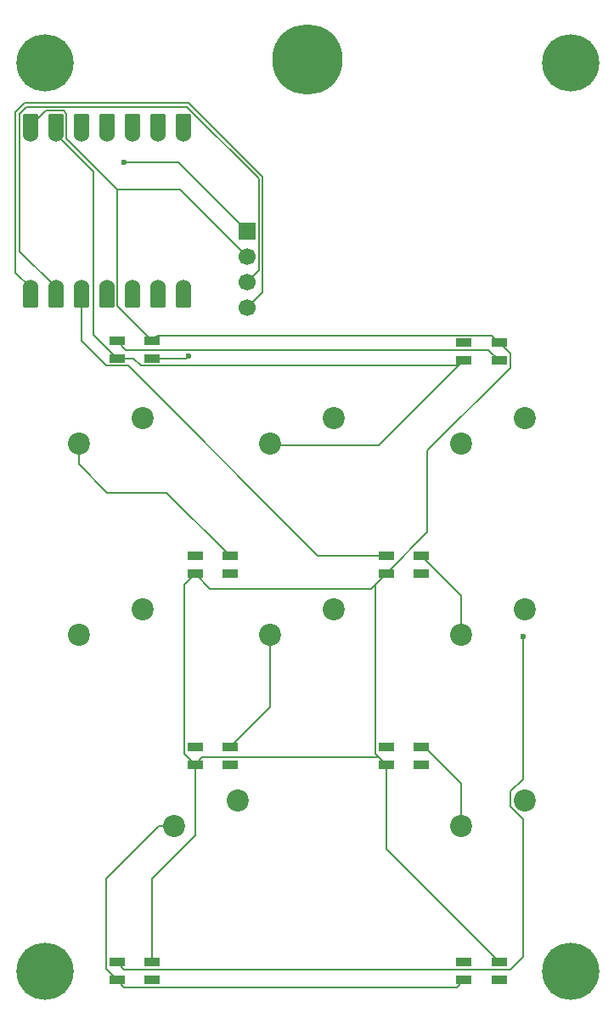
<source format=gtl>
G04 #@! TF.GenerationSoftware,KiCad,Pcbnew,9.0.1*
G04 #@! TF.CreationDate,2025-06-23T17:34:09-04:00*
G04 #@! TF.ProjectId,engiboard,656e6769-626f-4617-9264-2e6b69636164,rev?*
G04 #@! TF.SameCoordinates,Original*
G04 #@! TF.FileFunction,Copper,L1,Top*
G04 #@! TF.FilePolarity,Positive*
%FSLAX46Y46*%
G04 Gerber Fmt 4.6, Leading zero omitted, Abs format (unit mm)*
G04 Created by KiCad (PCBNEW 9.0.1) date 2025-06-23 17:34:09*
%MOMM*%
%LPD*%
G01*
G04 APERTURE LIST*
G04 Aperture macros list*
%AMRoundRect*
0 Rectangle with rounded corners*
0 $1 Rounding radius*
0 $2 $3 $4 $5 $6 $7 $8 $9 X,Y pos of 4 corners*
0 Add a 4 corners polygon primitive as box body*
4,1,4,$2,$3,$4,$5,$6,$7,$8,$9,$2,$3,0*
0 Add four circle primitives for the rounded corners*
1,1,$1+$1,$2,$3*
1,1,$1+$1,$4,$5*
1,1,$1+$1,$6,$7*
1,1,$1+$1,$8,$9*
0 Add four rect primitives between the rounded corners*
20,1,$1+$1,$2,$3,$4,$5,0*
20,1,$1+$1,$4,$5,$6,$7,0*
20,1,$1+$1,$6,$7,$8,$9,0*
20,1,$1+$1,$8,$9,$2,$3,0*%
G04 Aperture macros list end*
G04 #@! TA.AperFunction,SMDPad,CuDef*
%ADD10RoundRect,0.152400X-0.609600X1.063600X-0.609600X-1.063600X0.609600X-1.063600X0.609600X1.063600X0*%
G04 #@! TD*
G04 #@! TA.AperFunction,ComponentPad*
%ADD11C,1.524000*%
G04 #@! TD*
G04 #@! TA.AperFunction,SMDPad,CuDef*
%ADD12RoundRect,0.152400X0.609600X-1.063600X0.609600X1.063600X-0.609600X1.063600X-0.609600X-1.063600X0*%
G04 #@! TD*
G04 #@! TA.AperFunction,ComponentPad*
%ADD13C,5.700000*%
G04 #@! TD*
G04 #@! TA.AperFunction,SMDPad,CuDef*
%ADD14R,1.600000X0.850000*%
G04 #@! TD*
G04 #@! TA.AperFunction,ComponentPad*
%ADD15C,2.200000*%
G04 #@! TD*
G04 #@! TA.AperFunction,ComponentPad*
%ADD16R,1.700000X1.700000*%
G04 #@! TD*
G04 #@! TA.AperFunction,ComponentPad*
%ADD17C,1.700000*%
G04 #@! TD*
G04 #@! TA.AperFunction,ViaPad*
%ADD18C,7.000000*%
G04 #@! TD*
G04 #@! TA.AperFunction,ViaPad*
%ADD19C,0.600000*%
G04 #@! TD*
G04 #@! TA.AperFunction,Conductor*
%ADD20C,0.200000*%
G04 #@! TD*
G04 APERTURE END LIST*
D10*
G04 #@! TO.P,U1,1,GPIO26/ADC0/A0*
G04 #@! TO.N,SDA*
X141380000Y-66081250D03*
D11*
X141380000Y-65246250D03*
D10*
G04 #@! TO.P,U1,2,GPIO27/ADC1/A1*
G04 #@! TO.N,SCL*
X143920000Y-66081250D03*
D11*
X143920000Y-65246250D03*
D10*
G04 #@! TO.P,U1,3,GPIO28/ADC2/A2*
G04 #@! TO.N,LED*
X146460000Y-66081250D03*
D11*
X146460000Y-65246250D03*
D10*
G04 #@! TO.P,U1,4,GPIO29/ADC3/A3*
G04 #@! TO.N,SW 8*
X149000000Y-66081250D03*
D11*
X149000000Y-65246250D03*
D10*
G04 #@! TO.P,U1,5,GPIO6/SDA*
G04 #@! TO.N,SW 7*
X151540000Y-66081250D03*
D11*
X151540000Y-65246250D03*
D10*
G04 #@! TO.P,U1,6,GPIO7/SCL*
G04 #@! TO.N,SW 6*
X154080000Y-66081250D03*
D11*
X154080000Y-65246250D03*
D10*
G04 #@! TO.P,U1,7,GPIO0/TX*
G04 #@! TO.N,SW 5*
X156620000Y-66081250D03*
D11*
X156620000Y-65246250D03*
G04 #@! TO.P,U1,8,GPIO1/RX*
G04 #@! TO.N,SW 1*
X156620000Y-50006250D03*
D12*
X156620000Y-49171250D03*
D11*
G04 #@! TO.P,U1,9,GPIO2/SCK*
G04 #@! TO.N,SW 2*
X154080000Y-50006250D03*
D12*
X154080000Y-49171250D03*
D11*
G04 #@! TO.P,U1,10,GPIO4/MISO*
G04 #@! TO.N,SW 3*
X151540000Y-50006250D03*
D12*
X151540000Y-49171250D03*
D11*
G04 #@! TO.P,U1,11,GPIO3/MOSI*
G04 #@! TO.N,SW 4*
X149000000Y-50006250D03*
D12*
X149000000Y-49171250D03*
D11*
G04 #@! TO.P,U1,12,3V3*
G04 #@! TO.N,unconnected-(U1-3V3-Pad12)*
X146460000Y-50006250D03*
D12*
X146460000Y-49171250D03*
D11*
G04 #@! TO.P,U1,13,GND*
G04 #@! TO.N,GND*
X143920000Y-50006250D03*
D12*
X143920000Y-49171250D03*
D11*
G04 #@! TO.P,U1,14,VBUS*
G04 #@! TO.N,+5V*
X141380000Y-50006250D03*
D12*
X141380000Y-49171250D03*
G04 #@! TD*
D13*
G04 #@! TO.P,REF\u002A\u002A,1*
G04 #@! TO.N,N/C*
X195262500Y-133350000D03*
G04 #@! TD*
D14*
G04 #@! TO.P,D2,1,DOUT*
G04 #@! TO.N,unconnected-(D2-DOUT-Pad1)*
X184600000Y-70750000D03*
G04 #@! TO.P,D2,2,VSS*
G04 #@! TO.N,GND*
X184600000Y-72500000D03*
G04 #@! TO.P,D2,3,DIN*
G04 #@! TO.N,Net-(D1-DOUT)*
X188100000Y-72500000D03*
G04 #@! TO.P,D2,4,VDD*
G04 #@! TO.N,+5V*
X188100000Y-70750000D03*
G04 #@! TD*
G04 #@! TO.P,D14,1,DOUT*
G04 #@! TO.N,unconnected-(D14-DOUT-Pad1)*
X161293750Y-93743750D03*
G04 #@! TO.P,D14,2,VSS*
G04 #@! TO.N,GND*
X161293750Y-91993750D03*
G04 #@! TO.P,D14,3,DIN*
G04 #@! TO.N,unconnected-(D14-DIN-Pad3)*
X157793750Y-91993750D03*
G04 #@! TO.P,D14,4,VDD*
G04 #@! TO.N,+5V*
X157793750Y-93743750D03*
G04 #@! TD*
G04 #@! TO.P,D1,1,DOUT*
G04 #@! TO.N,Net-(D1-DOUT)*
X150000000Y-70562500D03*
G04 #@! TO.P,D1,2,VSS*
G04 #@! TO.N,GND*
X150000000Y-72312500D03*
G04 #@! TO.P,D1,3,DIN*
G04 #@! TO.N,Net-(D1-DIN)*
X153500000Y-72312500D03*
G04 #@! TO.P,D1,4,VDD*
G04 #@! TO.N,+5V*
X153500000Y-70562500D03*
G04 #@! TD*
D15*
G04 #@! TO.P,SW4,1,1*
G04 #@! TO.N,SW 4*
X152558750Y-97313750D03*
G04 #@! TO.P,SW4,2,2*
G04 #@! TO.N,GND*
X146208750Y-99853750D03*
G04 #@! TD*
D14*
G04 #@! TO.P,D3,1,DOUT*
G04 #@! TO.N,Net-(D1-DIN)*
X150000000Y-132475000D03*
G04 #@! TO.P,D3,2,VSS*
G04 #@! TO.N,GND*
X150000000Y-134225000D03*
G04 #@! TO.P,D3,3,DIN*
G04 #@! TO.N,unconnected-(D3-DIN-Pad3)*
X153500000Y-134225000D03*
G04 #@! TO.P,D3,4,VDD*
G04 #@! TO.N,+5V*
X153500000Y-132475000D03*
G04 #@! TD*
D15*
G04 #@! TO.P,SW8,1,1*
G04 #@! TO.N,SW 8*
X162083750Y-116363750D03*
G04 #@! TO.P,SW8,2,2*
G04 #@! TO.N,GND*
X155733750Y-118903750D03*
G04 #@! TD*
D14*
G04 #@! TO.P,D13,1,DOUT*
G04 #@! TO.N,unconnected-(D13-DOUT-Pad1)*
X180343750Y-112793750D03*
G04 #@! TO.P,D13,2,VSS*
G04 #@! TO.N,GND*
X180343750Y-111043750D03*
G04 #@! TO.P,D13,3,DIN*
G04 #@! TO.N,unconnected-(D13-DIN-Pad3)*
X176843750Y-111043750D03*
G04 #@! TO.P,D13,4,VDD*
G04 #@! TO.N,+5V*
X176843750Y-112793750D03*
G04 #@! TD*
G04 #@! TO.P,D15,1,DOUT*
G04 #@! TO.N,unconnected-(D15-DOUT-Pad1)*
X161293750Y-112793750D03*
G04 #@! TO.P,D15,2,VSS*
G04 #@! TO.N,GND*
X161293750Y-111043750D03*
G04 #@! TO.P,D15,3,DIN*
G04 #@! TO.N,unconnected-(D15-DIN-Pad3)*
X157793750Y-111043750D03*
G04 #@! TO.P,D15,4,VDD*
G04 #@! TO.N,+5V*
X157793750Y-112793750D03*
G04 #@! TD*
D15*
G04 #@! TO.P,SW6,1,1*
G04 #@! TO.N,SW 6*
X190658750Y-97313750D03*
G04 #@! TO.P,SW6,2,2*
G04 #@! TO.N,GND*
X184308750Y-99853750D03*
G04 #@! TD*
D13*
G04 #@! TO.P,REF\u002A\u002A,1*
G04 #@! TO.N,N/C*
X142875000Y-133350000D03*
G04 #@! TD*
G04 #@! TO.P,REF\u002A\u002A,1*
G04 #@! TO.N,N/C*
X195262500Y-42862500D03*
G04 #@! TD*
D15*
G04 #@! TO.P,SW2,1,1*
G04 #@! TO.N,SW 2*
X171608750Y-78263750D03*
G04 #@! TO.P,SW2,2,2*
G04 #@! TO.N,GND*
X165258750Y-80803750D03*
G04 #@! TD*
G04 #@! TO.P,SW7,1,1*
G04 #@! TO.N,SW 7*
X190658750Y-116363750D03*
G04 #@! TO.P,SW7,2,2*
G04 #@! TO.N,GND*
X184308750Y-118903750D03*
G04 #@! TD*
D14*
G04 #@! TO.P,D16,1,DOUT*
G04 #@! TO.N,unconnected-(D16-DOUT-Pad1)*
X180343750Y-93743750D03*
G04 #@! TO.P,D16,2,VSS*
G04 #@! TO.N,GND*
X180343750Y-91993750D03*
G04 #@! TO.P,D16,3,DIN*
G04 #@! TO.N,LED*
X176843750Y-91993750D03*
G04 #@! TO.P,D16,4,VDD*
G04 #@! TO.N,+5V*
X176843750Y-93743750D03*
G04 #@! TD*
D16*
G04 #@! TO.P,OLED1,1,GND*
G04 #@! TO.N,GND*
X163000000Y-59630000D03*
D17*
G04 #@! TO.P,OLED1,2,VCC*
G04 #@! TO.N,+5V*
X163000000Y-62170000D03*
G04 #@! TO.P,OLED1,3,SCL*
G04 #@! TO.N,SCL*
X163000000Y-64710000D03*
G04 #@! TO.P,OLED1,4,SDA*
G04 #@! TO.N,SDA*
X163000000Y-67250000D03*
G04 #@! TD*
D13*
G04 #@! TO.P,REF\u002A\u002A,1*
G04 #@! TO.N,N/C*
X142875000Y-42862500D03*
G04 #@! TD*
D14*
G04 #@! TO.P,D12,1,DOUT*
G04 #@! TO.N,unconnected-(D12-DOUT-Pad1)*
X184600000Y-132475000D03*
G04 #@! TO.P,D12,2,VSS*
G04 #@! TO.N,GND*
X184600000Y-134225000D03*
G04 #@! TO.P,D12,3,DIN*
G04 #@! TO.N,unconnected-(D12-DIN-Pad3)*
X188100000Y-134225000D03*
G04 #@! TO.P,D12,4,VDD*
G04 #@! TO.N,+5V*
X188100000Y-132475000D03*
G04 #@! TD*
D15*
G04 #@! TO.P,SW5,1,1*
G04 #@! TO.N,SW 5*
X171608750Y-97313750D03*
G04 #@! TO.P,SW5,2,2*
G04 #@! TO.N,GND*
X165258750Y-99853750D03*
G04 #@! TD*
G04 #@! TO.P,SW1,1,1*
G04 #@! TO.N,SW 1*
X152558750Y-78263750D03*
G04 #@! TO.P,SW1,2,2*
G04 #@! TO.N,GND*
X146208750Y-80803750D03*
G04 #@! TD*
G04 #@! TO.P,SW3,1,1*
G04 #@! TO.N,SW 3*
X190658750Y-78263750D03*
G04 #@! TO.P,SW3,2,2*
G04 #@! TO.N,GND*
X184308750Y-80803750D03*
G04 #@! TD*
D18*
G04 #@! TO.N,*
X169000000Y-42500000D03*
D19*
G04 #@! TO.N,Net-(D1-DIN)*
X190500000Y-100012500D03*
X157162500Y-72076000D03*
G04 #@! TO.N,GND*
X150750000Y-52750000D03*
G04 #@! TD*
D20*
G04 #@! TO.N,+5V*
X176843750Y-93743750D02*
X180975000Y-89612500D01*
X158519750Y-112067750D02*
X176117750Y-112067750D01*
X163000000Y-62170000D02*
X156311780Y-55481780D01*
X153500000Y-132475000D02*
X153500000Y-124162684D01*
X142897000Y-47654250D02*
X141380000Y-49171250D01*
X175742750Y-94844750D02*
X175742750Y-111692750D01*
X189201000Y-73226000D02*
X189201000Y-71851000D01*
X153500000Y-70562500D02*
X150063000Y-67125500D01*
X159300000Y-95250000D02*
X175337500Y-95250000D01*
X176843750Y-93743750D02*
X175742750Y-94844750D01*
X187374000Y-70024000D02*
X154038500Y-70024000D01*
X144983000Y-50446560D02*
X144983000Y-47915624D01*
X157793750Y-112793750D02*
X156692750Y-111692750D01*
X188100000Y-132475000D02*
X176843750Y-121218750D01*
X156692750Y-94844750D02*
X157793750Y-93743750D01*
X150018220Y-55481780D02*
X144983000Y-50446560D01*
X150063000Y-67125500D02*
X150063000Y-55526560D01*
X176843750Y-121218750D02*
X176843750Y-112793750D01*
X180975000Y-89612500D02*
X180975000Y-81452000D01*
X153500000Y-124162684D02*
X157793750Y-119868934D01*
X175742750Y-111692750D02*
X176843750Y-112793750D01*
X176117750Y-112067750D02*
X176843750Y-112793750D01*
X175337500Y-95250000D02*
X176843750Y-93743750D01*
X180975000Y-81452000D02*
X189201000Y-73226000D01*
X156311780Y-55481780D02*
X150018220Y-55481780D01*
X157793750Y-112793750D02*
X158519750Y-112067750D01*
X150063000Y-55526560D02*
X150018220Y-55481780D01*
X154038500Y-70024000D02*
X153500000Y-70562500D01*
X157793750Y-93743750D02*
X159300000Y-95250000D01*
X156692750Y-111692750D02*
X156692750Y-94844750D01*
X189201000Y-71851000D02*
X188100000Y-70750000D01*
X188100000Y-70750000D02*
X187374000Y-70024000D01*
X144721626Y-47654250D02*
X142897000Y-47654250D01*
X157793750Y-119868934D02*
X157793750Y-112793750D01*
X144983000Y-47915624D02*
X144721626Y-47654250D01*
G04 #@! TO.N,Net-(D1-DIN)*
X189257750Y-116944064D02*
X190500000Y-118186314D01*
X190500000Y-131902000D02*
X189201000Y-133201000D01*
X190500000Y-118186314D02*
X190500000Y-131902000D01*
X189201000Y-133201000D02*
X150726000Y-133201000D01*
X150726000Y-133201000D02*
X150000000Y-132475000D01*
X189257750Y-115465936D02*
X189257750Y-116944064D01*
X190500000Y-100012500D02*
X190500000Y-114223686D01*
X153500000Y-72312500D02*
X156926000Y-72312500D01*
X190500000Y-114223686D02*
X189257750Y-115465936D01*
X156926000Y-72312500D02*
X157162500Y-72076000D01*
G04 #@! TO.N,GND*
X176137500Y-80962500D02*
X165417500Y-80962500D01*
X150726000Y-134951000D02*
X150000000Y-134225000D01*
X161293750Y-91993750D02*
X154994750Y-85694750D01*
X150000000Y-72312500D02*
X151673000Y-72312500D01*
X150000000Y-72312500D02*
X147637500Y-69950000D01*
X180718750Y-111043750D02*
X184308750Y-114633750D01*
X183874000Y-134951000D02*
X150726000Y-134951000D01*
X148899000Y-124182866D02*
X154178116Y-118903750D01*
X165417500Y-80962500D02*
X165258750Y-80803750D01*
X146208750Y-82858566D02*
X146208750Y-80803750D01*
X184308750Y-95958750D02*
X184308750Y-99853750D01*
X150000000Y-134225000D02*
X148899000Y-133124000D01*
X154178116Y-118903750D02*
X155733750Y-118903750D01*
X163000000Y-59630000D02*
X156120000Y-52750000D01*
X149044934Y-85694750D02*
X146208750Y-82858566D01*
X184600000Y-72500000D02*
X176137500Y-80962500D01*
X184061500Y-73038500D02*
X184600000Y-72500000D01*
X147637500Y-53723750D02*
X143920000Y-50006250D01*
X161293750Y-111043750D02*
X165258750Y-107078750D01*
X147637500Y-69950000D02*
X147637500Y-53723750D01*
X165258750Y-107078750D02*
X165258750Y-99853750D01*
X184600000Y-134225000D02*
X183874000Y-134951000D01*
X152399000Y-73038500D02*
X184061500Y-73038500D01*
X148899000Y-133124000D02*
X148899000Y-124182866D01*
X154994750Y-85694750D02*
X149044934Y-85694750D01*
X184308750Y-114633750D02*
X184308750Y-118903750D01*
X151673000Y-72312500D02*
X152399000Y-73038500D01*
X180343750Y-111043750D02*
X180718750Y-111043750D01*
X156120000Y-52750000D02*
X150750000Y-52750000D01*
X180343750Y-91993750D02*
X184308750Y-95958750D01*
G04 #@! TO.N,Net-(D1-DOUT)*
X187076000Y-71476000D02*
X150913500Y-71476000D01*
X150913500Y-71476000D02*
X150000000Y-70562500D01*
X188100000Y-72500000D02*
X187076000Y-71476000D01*
G04 #@! TO.N,LED*
X148899000Y-73038500D02*
X151101000Y-73038500D01*
X146460000Y-66081250D02*
X146460000Y-70599500D01*
X170056250Y-91993750D02*
X176843750Y-91993750D01*
X146460000Y-70599500D02*
X148899000Y-73038500D01*
X151101000Y-73038500D02*
X170056250Y-91993750D01*
G04 #@! TO.N,SDA*
X157186726Y-46852250D02*
X140813274Y-46852250D01*
X164552000Y-65698000D02*
X164552000Y-54217524D01*
X140813274Y-46852250D02*
X139916000Y-47749524D01*
X164552000Y-54217524D02*
X157186726Y-46852250D01*
X139916000Y-47749524D02*
X139916000Y-63782250D01*
X139916000Y-63782250D02*
X141380000Y-65246250D01*
X163000000Y-67250000D02*
X164552000Y-65698000D01*
G04 #@! TO.N,SCL*
X140317000Y-61643250D02*
X143920000Y-65246250D01*
X140979374Y-47253250D02*
X140317000Y-47915624D01*
X140317000Y-47915624D02*
X140317000Y-61643250D01*
X157020626Y-47253250D02*
X140979374Y-47253250D01*
X164151000Y-63559000D02*
X164151000Y-54383624D01*
X163000000Y-64710000D02*
X164151000Y-63559000D01*
X164151000Y-54383624D02*
X157020626Y-47253250D01*
G04 #@! TD*
M02*

</source>
